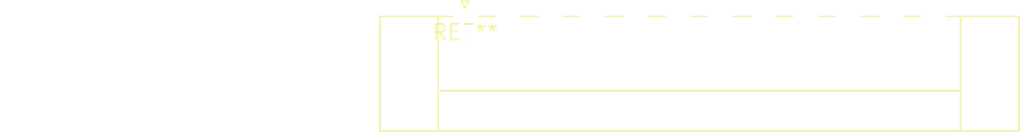
<source format=kicad_pcb>
(kicad_pcb (version 20240108) (generator pcbnew)
  (layers (0 "F.Cu" signal) (31 "B.Cu" signal) (34 "B.Paste" user) (35 "F.Paste" user) (36 "B.SilkS" user "B.Silkscreen") (37 "F.SilkS" user "F.Silkscreen") (38 "B.Mask" user) (39 "F.Mask" user) (44 "Edge.Cuts" user))
  (net 0 "")
  (footprint "PhoenixContact_MC_1,5_12-GF-3.5_1x12_P3.50mm_Horizontal_ThreadedFlange" (layer "F.Cu") (at 0 0)
    (property "Reference" "REF**")
    (property "Value" "PhoenixContact_MC_1,5_12-GF-3.5_1x12_P3.50mm_Horizontal_ThreadedFlange")
    (fp_line (start -7.01 -1.31) (end -7.01 8.11) (layer "F.SilkS") (stroke (width 0.12)))
    (fp_line (start -7.01 -1.31) (end -1.05 -1.31) (layer "F.SilkS") (stroke (width 0.12)))
    (fp_line (start -7.01 8.11) (end 45.51 8.11) (layer "F.SilkS") (stroke (width 0.12)))
    (fp_line (start -2.21 -1.31) (end -2.21 8.11) (layer "F.SilkS") (stroke (width 0.12)))
    (fp_line (start -2.21 4.8) (end 40.71 4.8) (layer "F.SilkS") (stroke (width 0.12)))
    (fp_line (start -0.3 -2.6) (end 0.3 -2.6) (layer "F.SilkS") (stroke (width 0.12)))
    (fp_line (start 0 -2) (end -0.3 -2.6) (layer "F.SilkS") (stroke (width 0.12)))
    (fp_line (start 0.3 -2.6) (end 0 -2) (layer "F.SilkS") (stroke (width 0.12)))
    (fp_line (start 1.05 -1.31) (end 2.45 -1.31) (layer "F.SilkS") (stroke (width 0.12)))
    (fp_line (start 4.55 -1.31) (end 5.95 -1.31) (layer "F.SilkS") (stroke (width 0.12)))
    (fp_line (start 8.05 -1.31) (end 9.45 -1.31) (layer "F.SilkS") (stroke (width 0.12)))
    (fp_line (start 11.55 -1.31) (end 12.95 -1.31) (layer "F.SilkS") (stroke (width 0.12)))
    (fp_line (start 15.05 -1.31) (end 16.45 -1.31) (layer "F.SilkS") (stroke (width 0.12)))
    (fp_line (start 18.55 -1.31) (end 19.95 -1.31) (layer "F.SilkS") (stroke (width 0.12)))
    (fp_line (start 22.05 -1.31) (end 23.45 -1.31) (layer "F.SilkS") (stroke (width 0.12)))
    (fp_line (start 25.55 -1.31) (end 26.95 -1.31) (layer "F.SilkS") (stroke (width 0.12)))
    (fp_line (start 29.05 -1.31) (end 30.45 -1.31) (layer "F.SilkS") (stroke (width 0.12)))
    (fp_line (start 32.55 -1.31) (end 33.95 -1.31) (layer "F.SilkS") (stroke (width 0.12)))
    (fp_line (start 36.05 -1.31) (end 37.45 -1.31) (layer "F.SilkS") (stroke (width 0.12)))
    (fp_line (start 40.71 -1.31) (end 40.71 8.11) (layer "F.SilkS") (stroke (width 0.12)))
    (fp_line (start 45.51 -1.31) (end 39.55 -1.31) (layer "F.SilkS") (stroke (width 0.12)))
    (fp_line (start 45.51 8.11) (end 45.51 -1.31) (layer "F.SilkS") (stroke (width 0.12)))
    (pad "1" thru_hole roundrect (at 0 0) (size 1.8 3.6) (drill 1.2) (layers *.Cu *.Mask) (remove_unused_layers) (roundrect_rratio 0.138889))
    (pad "2" thru_hole oval (at 3.5 0) (size 1.8 3.6) (drill 1.2) (layers *.Cu *.Mask) (remove_unused_layers))
    (pad "3" thru_hole oval (at 7 0) (size 1.8 3.6) (drill 1.2) (layers *.Cu *.Mask) (remove_unused_layers))
    (pad "4" thru_hole oval (at 10.5 0) (size 1.8 3.6) (drill 1.2) (layers *.Cu *.Mask) (remove_unused_layers))
    (pad "5" thru_hole oval (at 14 0) (size 1.8 3.6) (drill 1.2) (layers *.Cu *.Mask) (remove_unused_layers))
    (pad "6" thru_hole oval (at 17.5 0) (size 1.8 3.6) (drill 1.2) (layers *.Cu *.Mask) (remove_unused_layers))
    (pad "7" thru_hole oval (at 21 0) (size 1.8 3.6) (drill 1.2) (layers *.Cu *.Mask) (remove_unused_layers))
    (pad "8" thru_hole oval (at 24.5 0) (size 1.8 3.6) (drill 1.2) (layers *.Cu *.Mask) (remove_unused_layers))
    (pad "9" thru_hole oval (at 28 0) (size 1.8 3.6) (drill 1.2) (layers *.Cu *.Mask) (remove_unused_layers))
    (pad "10" thru_hole oval (at 31.5 0) (size 1.8 3.6) (drill 1.2) (layers *.Cu *.Mask) (remove_unused_layers))
    (pad "11" thru_hole oval (at 35 0) (size 1.8 3.6) (drill 1.2) (layers *.Cu *.Mask) (remove_unused_layers))
    (pad "12" thru_hole oval (at 38.5 0) (size 1.8 3.6) (drill 1.2) (layers *.Cu *.Mask) (remove_unused_layers))
  )
)
</source>
